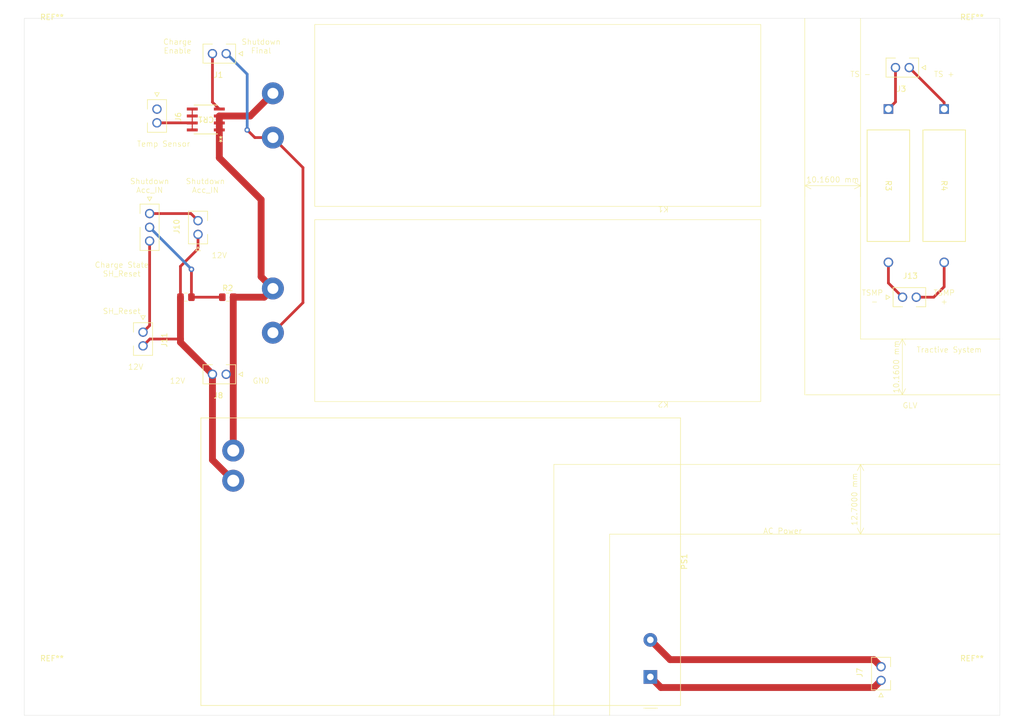
<source format=kicad_pcb>
(kicad_pcb (version 20221018) (generator pcbnew)
  (layers (0 "F.Cu" signal) (31 "B.Cu" signal) (34 "B.Paste" user) (35 "F.Paste" user) (36 "B.SilkS" user "B.Silkscreen") (37 "F.SilkS" user "F.Silkscreen") (38 "B.Mask" user) (39 "F.Mask" user) (44 "Edge.Cuts" user))
  (net 0 "")
  (net 1 "/Charge_Enable")
  (net 2 "GND")
  (net 3 "/120AC {slash}L")
  (net 4 "/120AC {slash}N")
  (net 5 "+12V")
  (net 6 "/Charge_State")
  (net 7 "Net-(J3-Pad1)")
  (net 8 "Net-(J3-Pad2)")
  (net 9 "/Shutdown_ACC_IN")
  (net 10 "/SH_RESET")
  (net 11 "/Temperature Sensor")
  (net 12 "/Shutdown_Final")
  (net 14 "Net-(J13-Pad1)")
  (net 15 "Net-(J13-Pad2)")
  (footprint "1FS_2_Global_Footprint_Library:GIGAVAC P115BDA" (layer "F.Cu") (at 146.925 46.95 180)
    (fp_text reference "K1" (at 17.78 -0.5 180 unlocked) (layer "F.SilkS") (effects (font (thickness 0.1))))
    (fp_text value "Charger Contactor +")
    (fp_rect (start 0 0) (end 81.28 33.14) (stroke (width 0.1)) (fill none) (layer "F.SilkS"))
    (pad "" np_thru_hole circle (at 4.69 16.57 180) (size 4.64 4.64) (drill 4.64) (layers "F&B.Cu" "*.Mask"))
    (pad "" np_thru_hole circle (at 76.59 16.57 180) (size 4.64 4.64) (drill 4.64) (layers "F&B.Cu" "*.Mask"))
    (pad "3" thru_hole circle (at 88.9 20.6 180) (size 4 4) (drill 2) (layers "*.Cu" "*.Mask") (net 2 "GND"))
    (pad "4" thru_hole circle (at 88.9 12.54 180) (size 4 4) (drill 2) (layers "*.Cu" "*.Mask") (net 12 "/Shutdown_Final"))
  )
  (footprint "1FS_2_Global_Footprint_Library:MOLEX_1053091203" (layer "F.Cu") (at 35.56 48.26 -90)
    (fp_text reference "J4" hide)
    (fp_text value "Out of Charger")
    (fp_line (start -3 -0.4) (end -3 0.4) (stroke (width 0.127)) (layer "F.SilkS"))
    (fp_line (start -3 0.4) (end -2.3 0) (stroke (width 0.127)) (layer "F.SilkS"))
    (fp_line (start -2.3 0) (end -3 -0.4) (stroke (width 0.127)) (layer "F.SilkS"))
    (fp_line (start -1.72 -1.74) (end 6.72 -1.74) (stroke (width 0.127)) (layer "F.SilkS"))
    (fp_line (start -1.72 1.74) (end -1.72 -1.74) (stroke (width 0.127)) (layer "F.SilkS"))
    (fp_line (start 0 1.74) (end -1.72 1.74) (stroke (width 0.127)) (layer "F.SilkS"))
    (fp_line (start 6.72 -1.74) (end 6.72 1.74) (stroke (width 0.127)) (layer "F.SilkS"))
    (fp_line (start 6.72 1.74) (end 2.5 1.74) (stroke (width 0.127)) (layer "F.SilkS"))
    (pad "" np_thru_hole circle (at 1.25 1.34 270) (size 1.3 1.3) (drill 1.3) (layers "*.Cu" "*.Mask"))
    (pad "1" thru_hole circle (at 0 0 270) (size 1.7 1.7) (drill 1.2) (layers "*.Cu") (net 9 "/Shutdown_ACC_IN"))
    (pad "2" thru_hole circle (at 2.5 0 270) (size 1.7 1.7) (drill 1.2) (layers "*.Cu") (net 6 "/Charge_State"))
    (pad "3" thru_hole circle (at 5 0 270) (size 1.7 1.7) (drill 1.2) (layers "*.Cu") (net 10 "/SH_RESET"))
  )
  (footprint "1FS_2_Global_Footprint_Library:GIGAVAC P115BDA" (layer "F.Cu") (at 146.925 82.51 180)
    (fp_text reference "K2" (at 17.78 -0.5 180 unlocked) (layer "F.SilkS") (effects (font (thickness 0.1))))
    (fp_text value "Charger Contactor - ")
    (fp_rect (start 0 0) (end 81.28 33.14) (stroke (width 0.1)) (fill none) (layer "F.SilkS"))
    (pad "" np_thru_hole circle (at 4.69 16.57 180) (size 4.64 4.64) (drill 4.64) (layers "F&B.Cu" "*.Mask"))
    (pad "" np_thru_hole circle (at 76.59 16.57 180) (size 4.64 4.64) (drill 4.64) (layers "F&B.Cu" "*.Mask"))
    (pad "3" thru_hole circle (at 88.9 20.6 180) (size 4 4) (drill 2) (layers "*.Cu" "*.Mask") (net 2 "GND"))
    (pad "4" thru_hole circle (at 88.9 12.54 180) (size 4 4) (drill 2) (layers "*.Cu" "*.Mask") (net 12 "/Shutdown_Final"))
  )
  (footprint "Resistor_SMD:R_0805_2012Metric_Pad1.20x1.40mm_HandSolder" (layer "F.Cu") (at 49.8 63.5)
    (fp_text reference "R2" (at 0 -1.65) (layer "F.SilkS"))
    (fp_text value "6.8k")
    (fp_line (start -0.227064 -0.735) (end 0.227064 -0.735) (stroke (width 0.12)) (layer "F.SilkS"))
    (fp_line (start -0.227064 0.735) (end 0.227064 0.735) (stroke (width 0.12)) (layer "F.SilkS"))
    (pad "1" smd roundrect (at -1 0) (size 1.2 1.4) (layers "F.Cu" "F.Paste" "F.Mask") (roundrect_rratio 0.208333) (net 6 "/Charge_State"))
    (pad "2" smd roundrect (at 1 0) (size 1.2 1.4) (layers "F.Cu" "F.Paste" "F.Mask") (roundrect_rratio 0.208333) (net 2 "GND"))
  )
  (footprint "1FS_2_Global_Footprint_Library:MOLEX_1053091202" (layer "F.Cu") (at 36.9 29.23 -90)
    (fp_text reference "J6" (at 1.425 -3.885 90) (layer "F.SilkS"))
    (fp_text value "Temp Sensor")
    (fp_line (start -3 -0.4) (end -3 0.4) (stroke (width 0.127)) (layer "F.SilkS"))
    (fp_line (start -3 0.4) (end -2.3 0) (stroke (width 0.127)) (layer "F.SilkS"))
    (fp_line (start -2.3 0) (end -3 -0.4) (stroke (width 0.127)) (layer "F.SilkS"))
    (fp_line (start -1.72 -1.74) (end 4.22 -1.74) (stroke (width 0.127)) (layer "F.SilkS"))
    (fp_line (start -1.72 1.74) (end -1.72 -1.74) (stroke (width 0.127)) (layer "F.SilkS"))
    (fp_line (start 0 1.74) (end -1.72 1.74) (stroke (width 0.127)) (layer "F.SilkS"))
    (fp_line (start 4.22 -1.74) (end 4.22 1.74) (stroke (width 0.127)) (layer "F.SilkS"))
    (fp_line (start 4.22 1.74) (end 2.5 1.74) (stroke (width 0.127)) (layer "F.SilkS"))
    (pad "" np_thru_hole circle (at 1.25 1.34 270) (size 1.3 1.3) (drill 1.3) (layers "*.Cu" "*.Mask"))
    (pad "1" thru_hole circle (at 0 0 270) (size 1.7 1.7) (drill 1.2) (layers "*.Cu"))
    (pad "2" thru_hole circle (at 2.5 0 270) (size 1.7 1.7) (drill 1.2) (layers "*.Cu") (net 11 "/Temperature Sensor"))
  )
  (footprint "1FS_2_Global_Footprint_Library:SO-8_STM" (layer "F.Cu") (at 45.7962 31.115 180)
    (fp_text reference "CR1" (at 0 0 180 unlocked) (layer "F.SilkS"))
    (fp_text value "N-MOS")
    (fp_text user "*" (at -2.7178 -3.5814 180 unlocked) (layer "F.SilkS"))
    (fp_text user "*" (at -2.7178 -3.5814) (layer "F.SilkS"))
    (fp_line (start -2.1336 2.6289) (end 2.1336 2.6289) (stroke (width 0.1524)) (layer "F.SilkS"))
    (fp_line (start 2.1336 -2.6289) (end -2.1336 -2.6289) (stroke (width 0.1524)) (layer "F.SilkS"))
    (pad "1" smd rect (at -2.4638 -1.905 180) (size 1.9812 0.5334) (layers "F.Cu" "F.Paste" "F.Mask") (net 2 "GND"))
    (pad "2" smd rect (at -2.4638 -0.635 180) (size 1.9812 0.5334) (layers "F.Cu" "F.Paste" "F.Mask") (net 2 "GND"))
    (pad "3" smd rect (at -2.4638 0.635 180) (size 1.9812 0.5334) (layers "F.Cu" "F.Paste" "F.Mask") (net 2 "GND"))
    (pad "4" smd rect (at -2.4638 1.905 180) (size 1.9812 0.5334) (layers "F.Cu" "F.Paste" "F.Mask") (net 1 "/Charge_Enable"))
    (pad "5" smd rect (at 2.4638 1.905 180) (size 1.9812 0.5334) (layers "F.Cu" "F.Paste" "F.Mask") (net 11 "/Temperature Sensor"))
    (pad "6" smd rect (at 2.4638 0.635 180) (size 1.9812 0.5334) (layers "F.Cu" "F.Paste" "F.Mask") (net 11 "/Temperature Sensor"))
    (pad "7" smd rect (at 2.4638 -0.635 180) (size 1.9812 0.5334) (layers "F.Cu" "F.Paste" "F.Mask") (net 11 "/Temperature Sensor"))
    (pad "8" smd rect (at 2.4638 -1.905 180) (size 1.9812 0.5334) (layers "F.Cu" "F.Paste" "F.Mask") (net 11 "/Temperature Sensor"))
  )
  (footprint "MountingHole:MountingHole_4.3mm_M4" (layer "F.Cu") (at 185.42 134.62)
    (fp_text reference "REF**" (at 0 -5.3) (layer "F.SilkS"))
    (fp_text value "MountingHole_4.3mm_M4")
    (pad "" np_thru_hole circle (at 0 0) (size 4.3 4.3) (drill 4.3) (layers "*.Cu" "*.Mask"))
  )
  (footprint "1FS_2_Global_Footprint_Library:MOLEX_1053091202" (layer "F.Cu") (at 173.97 21.66 180)
    (fp_text reference "J3" (at 1.425 -3.885) (layer "F.SilkS"))
    (fp_text value "120v DC (in)")
    (fp_line (start -3 -0.4) (end -3 0.4) (stroke (width 0.127)) (layer "F.SilkS"))
    (fp_line (start -3 0.4) (end -2.3 0) (stroke (width 0.127)) (layer "F.SilkS"))
    (fp_line (start -2.3 0) (end -3 -0.4) (stroke (width 0.127)) (layer "F.SilkS"))
    (fp_line (start -1.72 -1.74) (end 4.22 -1.74) (stroke (width 0.127)) (layer "F.SilkS"))
    (fp_line (start -1.72 1.74) (end -1.72 -1.74) (stroke (width 0.127)) (layer "F.SilkS"))
    (fp_line (start 0 1.74) (end -1.72 1.74) (stroke (width 0.127)) (layer "F.SilkS"))
    (fp_line (start 4.22 -1.74) (end 4.22 1.74) (stroke (width 0.127)) (layer "F.SilkS"))
    (fp_line (start 4.22 1.74) (end 2.5 1.74) (stroke (width 0.127)) (layer "F.SilkS"))
    (pad "" np_thru_hole circle (at 1.25 1.34 180) (size 1.3 1.3) (drill 1.3) (layers "*.Cu" "*.Mask"))
    (pad "1" thru_hole circle (at 0 0 180) (size 1.7 1.7) (drill 1.2) (layers "*.Cu") (net 7 "Net-(J3-Pad1)"))
    (pad "2" thru_hole circle (at 2.5 0 180) (size 1.7 1.7) (drill 1.2) (layers "*.Cu") (net 8 "Net-(J3-Pad2)"))
  )
  (footprint "Converter_ACDC:Converter_ACDC_MeanWell_IRM-60-xx_THT" (layer "F.Cu") (at 126.8 132.69 180)
    (fp_text reference "PS1" (at -6.2 21 90) (layer "F.SilkS"))
    (fp_text value "120vAC to 12v DC")
    (fp_line (start -5.5 -5.2) (end -5.5 47.2) (stroke (width 0.12)) (layer "F.SilkS"))
    (fp_line (start -5.5 47.2) (end 81.9 47.2) (stroke (width 0.12)) (layer "F.SilkS"))
    (fp_line (start -1.3 -5.7) (end 1.2 -5.7) (stroke (width 0.12)) (layer "F.SilkS"))
    (fp_line (start 81.9 -5.2) (end -5.5 -5.2) (stroke (width 0.12)) (layer "F.SilkS"))
    (fp_line (start 81.9 47.2) (end 81.9 -5.2) (stroke (width 0.12)) (layer "F.SilkS"))
    (pad "1" thru_hole rect (at 0 0 180) (size 2.5 2.5) (drill 1.2) (layers "*.Cu" "*.Mask") (net 3 "/120AC {slash}L"))
    (pad "2" thru_hole circle (at 0 6.75 180) (size 2.5 2.5) (drill 1.2) (layers "*.Cu" "*.Mask") (net 4 "/120AC {slash}N"))
    (pad "3" thru_hole circle (at 76 41.25 180) (size 4 4) (drill 2.2) (layers "*.Cu" "*.Mask") (net 2 "GND"))
    (pad "4" thru_hole circle (at 76 35.75 180) (size 4 4) (drill 2.2) (layers "*.Cu" "*.Mask") (net 5 "+12V"))
  )
  (footprint "1FS_2_Global_Footprint_Library:MOLEX_1053091202" (layer "F.Cu") (at 168.84 133.33 90)
    (fp_text reference "J7" (at 1.425 -3.885 90) (layer "F.SilkS"))
    (fp_text value "AC in this world!")
    (fp_line (start -3 -0.4) (end -3 0.4) (stroke (width 0.127)) (layer "F.SilkS"))
    (fp_line (start -3 0.4) (end -2.3 0) (stroke (width 0.127)) (layer "F.SilkS"))
    (fp_line (start -2.3 0) (end -3 -0.4) (stroke (width 0.127)) (layer "F.SilkS"))
    (fp_line (start -1.72 -1.74) (end 4.22 -1.74) (stroke (width 0.127)) (layer "F.SilkS"))
    (fp_line (start -1.72 1.74) (end -1.72 -1.74) (stroke (width 0.127)) (layer "F.SilkS"))
    (fp_line (start 0 1.74) (end -1.72 1.74) (stroke (width 0.127)) (layer "F.SilkS"))
    (fp_line (start 4.22 -1.74) (end 4.22 1.74) (stroke (width 0.127)) (layer "F.SilkS"))
    (fp_line (start 4.22 1.74) (end 2.5 1.74) (stroke (width 0.127)) (layer "F.SilkS"))
    (pad "" np_thru_hole circle (at 1.25 1.34 90) (size 1.3 1.3) (drill 1.3) (layers "*.Cu" "*.Mask"))
    (pad "1" thru_hole circle (at 0 0 90) (size 1.7 1.7) (drill 1.2) (layers "*.Cu") (net 3 "/120AC {slash}L"))
    (pad "2" thru_hole circle (at 2.5 0 90) (size 1.7 1.7) (drill 1.2) (layers "*.Cu") (net 4 "/120AC {slash}N"))
  )
  (footprint "1FS_2_Global_Footprint_Library:RES_WH&slash_NE_OHM" (layer "F.Cu") (at 180.34 29.21 -90)
    (fp_text reference "R4" (at 13.97 0 -90 unlocked) (layer "F.SilkS"))
    (fp_text value "5k")
    (fp_line (start 3.81 -3.8735) (end 3.81 3.8735) (stroke (width 0.1524)) (layer "F.SilkS"))
    (fp_line (start 3.81 3.8735) (end 24.13 3.8735) (stroke (width 0.1524)) (layer "F.SilkS"))
    (fp_line (start 24.13 -3.8735) (end 3.81 -3.8735) (stroke (width 0.1524)) (layer "F.SilkS"))
    (fp_line (start 24.13 3.8735) (end 24.13 -3.8735) (stroke (width 0.1524)) (layer "F.SilkS"))
    (pad "1" thru_hole rect (at 0 0 270) (size 1.7526 1.7526) (drill 1.2446) (layers "*.Cu" "*.Mask") (net 7 "Net-(J3-Pad1)"))
    (pad "2" thru_hole circle (at 27.94 0 270) (size 1.7526 1.7526) (drill 1.2446) (layers "*.Cu" "*.Mask") (net 15 "Net-(J13-Pad2)"))
  )
  (footprint "MountingHole:MountingHole_4.3mm_M4" (layer "F.Cu") (at 17.78 17.78)
    (fp_text reference "REF**" (at 0 -5.3) (layer "F.SilkS"))
    (fp_text value "MountingHole_4.3mm_M4")
    (pad "" np_thru_hole circle (at 0 0) (size 4.3 4.3) (drill 4.3) (layers "F&B.Cu" "*.Mask"))
  )
  (footprint "1FS_2_Global_Footprint_Library:MOLEX_1053091202" (layer "F.Cu") (at 49.51 77.54 180)
    (fp_text reference "J8" (at 1.425 -3.885) (layer "F.SilkS"))
    (fp_text value "DC out of this world!")
    (fp_line (start -3 -0.4) (end -3 0.4) (stroke (width 0.127)) (layer "F.SilkS"))
    (fp_line (start -3 0.4) (end -2.3 0) (stroke (width 0.127)) (layer "F.SilkS"))
    (fp_line (start -2.3 0) (end -3 -0.4) (stroke (width 0.127)) (layer "F.SilkS"))
    (fp_line (start -1.72 -1.74) (end 4.22 -1.74) (stroke (width 0.127)) (layer "F.SilkS"))
    (fp_line (start -1.72 1.74) (end -1.72 -1.74) (stroke (width 0.127)) (layer "F.SilkS"))
    (fp_line (start 0 1.74) (end -1.72 1.74) (stroke (width 0.127)) (layer "F.SilkS"))
    (fp_line (start 4.22 -1.74) (end 4.22 1.74) (stroke (width 0.127)) (layer "F.SilkS"))
    (fp_line (start 4.22 1.74) (end 2.5 1.74) (stroke (width 0.127)) (layer "F.SilkS"))
    (pad "" np_thru_hole circle (at 1.25 1.34 180) (size 1.3 1.3) (drill 1.3) (layers "*.Cu" "*.Mask"))
    (pad "1" thru_hole circle (at 0 0 180) (size 1.7 1.7) (drill 1.2) (layers "*.Cu") (net 2 "GND"))
    (pad "2" thru_hole circle (at 2.5 0 180) (size 1.7 1.7) (drill 1.2) (layers "*.Cu") (net 5 "+12V"))
  )
  (footprint "1FS_2_Global_Footprint_Library:MOLEX_1053091202" (layer "F.Cu") (at 49.51 19.12 180)
    (fp_text reference "J1" (at 1.425 -3.885) (layer "F.SilkS"))
    (fp_text value "in charger")
    (fp_line (start -3 -0.4) (end -3 0.4) (stroke (width 0.127)) (layer "F.SilkS"))
    (fp_line (start -3 0.4) (end -2.3 0) (stroke (width 0.127)) (layer "F.SilkS"))
    (fp_line (start -2.3 0) (end -3 -0.4) (stroke (width 0.127)) (layer "F.SilkS"))
    (fp_line (start -1.72 -1.74) (end 4.22 -1.74) (stroke (width 0.127)) (layer "F.SilkS"))
    (fp_line (start -1.72 1.74) (end -1.72 -1.74) (stroke (width 0.127)) (layer "F.SilkS"))
    (fp_line (start 0 1.74) (end -1.72 1.74) (stroke (width 0.127)) (layer "F.SilkS"))
    (fp_line (start 4.22 -1.74) (end 4.22 1.74) (stroke (width 0.127)) (layer "F.SilkS"))
    (fp_line (start 4.22 1.74) (end 2.5 1.74) (stroke (width 0.127)) (layer "F.SilkS"))
    (pad "" np_thru_hole circle (at 1.25 1.34 180) (size 1.3 1.3) (drill 1.3) (layers "*.Cu" "*.Mask"))
    (pad "1" thru_hole circle (at 0 0 180) (size 1.7 1.7) (drill 1.2) (layers "*.Cu") (net 12 "/Shutdown_Final"))
    (pad "2" thru_hole circle (at 2.5 0 180) (size 1.7 1.7) (drill 1.2) (layers "*.Cu") (net 1 "/Charge_Enable"))
  )
  (footprint "1FS_2_Global_Footprint_Library:MOLEX_1053091202" (layer "F.Cu") (at 44.38 52.05 90)
    (fp_text reference "J10" (at 1.425 -3.885 90) (layer "F.SilkS"))
    (fp_text value "Button E-STOP")
    (fp_line (start -3 -0.4) (end -3 0.4) (stroke (width 0.127)) (layer "F.SilkS"))
    (fp_line (start -3 0.4) (end -2.3 0) (stroke (width 0.127)) (layer "F.SilkS"))
    (fp_line (start -2.3 0) (end -3 -0.4) (stroke (width 0.127)) (layer "F.SilkS"))
    (fp_line (start -1.72 -1.74) (end 4.22 -1.74) (stroke (width 0.127)) (layer "F.SilkS"))
    (fp_line (start -1.72 1.74) (end -1.72 -1.74) (stroke (width 0.127)) (layer "F.SilkS"))
    (fp_line (start 0 1.74) (end -1.72 1.74) (stroke (width 0.127)) (layer "F.SilkS"))
    (fp_line (start 4.22 -1.74) (end 4.22 1.74) (stroke (width 0.127)) (layer "F.SilkS"))
    (fp_line (start 4.22 1.74) (end 2.5 1.74) (stroke (width 0.127)) (layer "F.SilkS"))
    (pad "" np_thru_hole circle (at 1.25 1.34 90) (size 1.3 1.3) (drill 1.3) (layers "*.Cu" "*.Mask"))
    (pad "1" thru_hole circle (at 0 0 90) (size 1.7 1.7) (drill 1.2) (layers "*.Cu") (net 5 "+12V"))
    (pad "2" thru_hole circle (at 2.5 0 90) (size 1.7 1.7) (drill 1.2) (layers "*.Cu") (net 9 "/Shutdown_ACC_IN"))
  )
  (footprint "Resistor_SMD:R_0805_2012Metric_Pad1.20x1.40mm_HandSolder" (layer "F.Cu") (at 42.18 63.5)
    (fp_text reference "R1" hide)
    (fp_text value "18k")
    (fp_line (start -0.227064 -0.735) (end 0.227064 -0.735) (stroke (width 0.12)) (layer "F.SilkS"))
    (fp_line (start -0.227064 0.735) (end 0.227064 0.735) (stroke (width 0.12)) (layer "F.SilkS"))
    (pad "1" smd roundrect (at -1 0) (size 1.2 1.4) (layers "F.Cu" "F.Paste" "F.Mask") (roundrect_rratio 0.208333) (net 5 "+12V"))
    (pad "2" smd roundrect (at 1 0) (size 1.2 1.4) (layers "F.Cu" "F.Paste" "F.Mask") (roundrect_rratio 0.208333) (net 6 "/Charge_State"))
  )
  (footprint "1FS_2_Global_Footprint_Library:MOLEX_1053091202" (layer "F.Cu") (at 34.36 69.87 -90)
    (fp_text reference "J11" (at 1.425 -3.885 90) (layer "F.SilkS"))
    (fp_text value "SH-RESET")
    (fp_line (start -3 -0.4) (end -3 0.4) (stroke (width 0.127)) (layer "F.SilkS"))
    (fp_line (start -3 0.4) (end -2.3 0) (stroke (width 0.127)) (layer "F.SilkS"))
    (fp_line (start -2.3 0) (end -3 -0.4) (stroke (width 0.127)) (layer "F.SilkS"))
    (fp_line (start -1.72 -1.74) (end 4.22 -1.74) (stroke (width 0.127)) (layer "F.SilkS"))
    (fp_line (start -1.72 1.74) (end -1.72 -1.74) (stroke (width 0.127)) (layer "F.SilkS"))
    (fp_line (start 0 1.74) (end -1.72 1.74) (stroke (width 0.127)) (layer "F.SilkS"))
    (fp_line (start 4.22 -1.74) (end 4.22 1.74) (stroke (width 0.127)) (layer "F.SilkS"))
    (fp_line (start 4.22 1.74) (end 2.5 1.74) (stroke (width 0.127)) (layer "F.SilkS"))
    (pad "" np_thru_hole circle (at 1.25 1.34 270) (size 1.3 1.3) (drill 1.3) (layers "*.Cu" "*.Mask"))
    (pad "1" thru_hole circle (at 0 0 270) (size 1.7 1.7) (drill 1.2) (layers "*.Cu") (net 10 "/SH_RESET"))
    (pad "2" thru_hole circle (at 2.5 0 270) (size 1.7 1.7) (drill 1.2) (layers "*.Cu") (net 5 "+12V"))
  )
  (footprint "MountingHole:MountingHole_4.3mm_M4" (layer "F.Cu") (at 185.42 17.78)
    (fp_text reference "REF**" (at 0 -5.3) (layer "F.SilkS"))
    (fp_text value "MountingHole_4.3mm_M4")
    (pad "" np_thru_hole circle (at 0 0) (size 4.3 4.3) (drill 4.3) (layers "F&B.Cu" "*.Mask"))
  )
  (footprint "MountingHole:MountingHole_4.3mm_M4" (layer "F.Cu") (at 17.78 134.62)
    (fp_text reference "REF**" (at 0 -5.3) (layer "F.SilkS"))
    (fp_text value "MountingHole_4.3mm_M4")
    (pad "" np_thru_hole circle (at 0 0) (size 4.3 4.3) (drill 4.3) (layers "F&B.Cu" "*.Mask"))
  )
  (footprint "1FS_2_Global_Footprint_Library:RES_WH&slash_NE_OHM" (layer "F.Cu") (at 170.18 29.21 -90)
    (fp_text reference "R3" (at 13.97 0 -90 unlocked) (layer "F.SilkS"))
    (fp_text value "5k")
    (fp_line (start 3.81 -3.8735) (end 3.81 3.8735) (stroke (width 0.1524)) (layer "F.SilkS"))
    (fp_line (start 3.81 3.8735) (end 24.13 3.8735) (stroke (width 0.1524)) (layer "F.SilkS"))
    (fp_line (start 24.13 -3.8735) (end 3.81 -3.8735) (stroke (width 0.1524)) (layer "F.SilkS"))
    (fp_line (start 24.13 3.8735) (end 24.13 -3.8735) (stroke (width 0.1524)) (layer "F.SilkS"))
    (pad "1" thru_hole rect (at 0 0 270) (size 1.7526 1.7526) (drill 1.2446) (layers "*.Cu" "*.Mask") (net 8 "Net-(J3-Pad2)"))
    (pad "2" thru_hole circle (at 27.94 0 270) (size 1.7526 1.7526) (drill 1.2446) (layers "*.Cu" "*.Mask") (net 14 "Net-(J13-Pad1)"))
  )
  (footprint "1FS_2_Global_Footprint_Library:MOLEX_1053091202" (layer "F.Cu") (at 172.76 63.5)
    (fp_text reference "J13" (at 1.425 -3.885) (layer "F.SilkS"))
    (fp_text value "TSMP (out)")
    (fp_line (start -3 -0.4) (end -3 0.4) (stroke (width 0.127)) (layer "F.SilkS"))
    (fp_line (start -3 0.4) (end -2.3 0) (stroke (width 0.127)) (layer "F.SilkS"))
    (fp_line (start -2.3 0) (end -3 -0.4) (stroke (width 0.127)) (layer "F.SilkS"))
    (fp_line (start -1.72 -1.74) (end 4.22 -1.74) (stroke (width 0.127)) (layer "F.SilkS"))
    (fp_line (start -1.72 1.74) (end -1.72 -1.74) (stroke (width 0.127)) (layer "F.SilkS"))
    (fp_line (start 0 1.74) (end -1.72 1.74) (stroke (width 0.127)) (layer "F.SilkS"))
    (fp_line (start 4.22 -1.74) (end 4.22 1.74) (stroke (width 0.127)) (layer "F.SilkS"))
    (fp_line (start 4.22 1.74) (end 2.5 1.74) (stroke (width 0.127)) (layer "F.SilkS"))
    (pad "" np_thru_hole circle (at 1.25 1.34) (size 1.3 1.3) (drill 1.3) (layers "*.Cu" "*.Mask"))
    (pad "1" thru_hole circle (at 0 0) (size 1.7 1.7) (drill 1.2) (layers "*.Cu") (net 14 "Net-(J13-Pad1)"))
    (pad "2" thru_hole circle (at 2.5 0) (size 1.7 1.7) (drill 1.2) (layers "*.Cu") (net 15 "Net-(J13-Pad2)"))
  )
  (gr_line (start 165.1 12.7) (end 165.1 71.12) (stroke (width 0.1)) (layer "F.SilkS"))
  (gr_line (start 165.1 71.12) (end 190.5 71.12) (stroke (width 0.1)) (layer "F.SilkS"))
  (gr_line (start 154.94 81.28) (end 190.5 81.28) (stroke (width 0.1)) (layer "F.SilkS"))
  (gr_line (start 190.5 93.98) (end 109.22 93.98) (stroke (width 0.1)) (layer "F.SilkS"))
  (gr_line (start 119.38 106.68) (end 190.5 106.68) (stroke (width 0.1)) (layer "F.SilkS"))
  (gr_line (start 154.94 12.7) (end 154.94 81.28) (stroke (width 0.1)) (layer "F.SilkS"))
  (gr_line (start 109.22 93.98) (end 109.22 139.7) (stroke (width 0.1)) (layer "F.SilkS"))
  (gr_line (start 119.38 139.7) (end 119.38 106.68) (stroke (width 0.1)) (layer "F.SilkS"))
  (gr_rect (start 12.7 12.7) (end 190.5 139.7) (stroke (width 0.05)) (fill none) (layer "Edge.Cuts"))
  (gr_text "Shutdown\nAcc_IN" (at 45.72 43.18) (layer "F.SilkS") (effects (font (size 1 1) (thickness 0.1))))
  (gr_text "Charge\nEnable" (at 40.64 17.78) (layer "F.SilkS") (effects (font (size 1 1) (thickness 0.1))))
  (gr_text "GND" (at 55.88 78.74) (layer "F.SilkS") (effects (font (size 1 1) (thickness 0.1))))
  (gr_text "TSMP\n+" (at 180.34 63.5) (layer "F.SilkS") (effects (font (size 1 1) (thickness 0.1))))
  (gr_text "TS -" (at 165.1 22.86) (layer "F.SilkS") (effects (font (size 1 1) (thickness 0.1))))
  (gr_text "SH_Reset" (at 30.48 66.04) (layer "F.SilkS") (effects (font (size 1 1) (thickness 0.1))))
  (gr_text "12V" (at 48.26 55.88) (layer "F.SilkS") (effects (font (size 1 1) (thickness 0.1))))
  (gr_text "TS +" (at 180.34 22.86) (layer "F.SilkS") (effects (font (size 1 1) (thickness 0.1))))
  (gr_text "TSMP \n-" (at 167.64 63.5) (layer "F.SilkS") (effects (font (size 1 1) (thickness 0.1))))
  (gr_text "Temp Sensor\n" (at 38.1 35.56) (layer "F.SilkS") (effects (font (size 1 1) (thickness 0.1))))
  (gr_text "12V" (at 33.02 76.2) (layer "F.SilkS") (effects (font (size 1 1) (thickness 0.1))))
  (gr_text "Shutdown\nFinal\n" (at 55.88 17.78) (layer "F.SilkS") (effects (font (size 1 1) (thickness 0.1))))
  (gr_text "Tractive System" (at 175.26 73.66) (layer "F.SilkS") (effects (font (size 1 1) (thickness 0.1)) (justify left bottom)))
  (gr_text "Charge State\nSH_Reset" (at 30.48 58.42) (layer "F.SilkS") (effects (font (size 1 1) (thickness 0.1))))
  (gr_text "12V" (at 40.64 78.74) (layer "F.SilkS") (effects (font (size 1 1) (thickness 0.1))))
  (gr_text "GLV" (at 172.72 83.82) (layer "F.SilkS") (effects (font (size 1 1) (thickness 0.1)) (justify left bottom)))
  (gr_text "Shutdown\nAcc_IN" (at 35.56 43.18) (layer "F.SilkS") (effects (font (size 1 1) (thickness 0.1))))
  (gr_text "AC Power" (at 147.32 106.68) (layer "F.SilkS") (effects (font (size 1 1) (thickness 0.1)) (justify left bottom)))
  (dimension (type aligned) (layer "F.SilkS") (pts (xy 165.1 93.98) (xy 165.1 106.68)) (height 0) (gr_text "12.7000 mm" (at 164 100.33 90) (layer "F.SilkS") (effects (font (size 1 1) (thickness 0.1)))) (format (prefix "") (suffix "") (units 3) (units_format 1) (precision 4)) (style (thickness 0.1) (arrow_length 1.27) (text_position_mode 0) (extension_height 0.58642) (extension_offset 0.5) keep_text_aligned))
  (dimension (type aligned) (layer "F.SilkS") (pts (xy 165.1 45.72) (xy 154.94 45.72)) (height 2.539999) (gr_text "10.1600 mm" (at 160.02 42.080001) (layer "F.SilkS") (effects (font (size 1 1) (thickness 0.1)))) (format (prefix "") (suffix "") (units 3) (units_format 1) (precision 4)) (style (thickness 0.1) (arrow_length 1.27) (text_position_mode 0) (extension_height 0.58642) (extension_offset 0.5) keep_text_aligned))
  (dimension (type aligned) (layer "F.SilkS") (pts (xy 172.72 71.12) (xy 172.72 81.28)) (height 0) (gr_text "10.1600 mm" (at 171.62 76.2 90) (layer "F.SilkS") (effects (font (size 1 1) (thickness 0.1)))) (format (prefix "") (suffix "") (units 3) (units_format 1) (precision 4)) (style (thickness 0.1) (arrow_length 1.27) (text_position_mode 0) (extension_height 0.58642) (extension_offset 0.5) keep_text_aligned))
  (segment (start 47.01 27.96) (end 48.26 29.21) (width 0.5) (layer "F.Cu") (net 1))
  (segment (start 47.01 19.12) (end 47.01 27.96) (width 0.5) (layer "F.Cu") (net 1))
  (segment (start 48.26 33.02) (end 48.26 38.1) (width 1.25) (layer "F.Cu") (net 2))
  (segment (start 56.435 63.5) (end 58.025 61.91) (width 1.25) (layer "F.Cu") (net 2))
  (segment (start 58.025 26.35) (end 53.895 30.48) (width 1.25) (layer "F.Cu") (net 2))
  (segment (start 55.88 45.72) (end 55.88 59.765) (width 1.25) (layer "F.Cu") (net 2))
  (segment (start 55.88 59.765) (end 58.025 61.91) (width 1.25) (layer "F.Cu") (net 2))
  (segment (start 53.895 30.48) (end 48.26 30.48) (width 1.25) (layer "F.Cu") (net 2))
  (segment (start 48.26 38.1) (end 55.88 45.72) (width 1.25) (layer "F.Cu") (net 2))
  (segment (start 48.26 30.48) (end 48.26 33.02) (width 1.25) (layer "F.Cu") (net 2))
  (segment (start 50.8 63.5) (end 50.8 91.44) (width 1.25) (layer "F.Cu") (net 2))
  (segment (start 50.8 63.5) (end 56.435 63.5) (width 1.25) (layer "F.Cu") (net 2))
  (segment (start 128.73 134.62) (end 126.8 132.69) (width 1.25) (layer "F.Cu") (net 3))
  (segment (start 167.55 134.62) (end 128.73 134.62) (width 1.25) (layer "F.Cu") (net 3))
  (segment (start 168.84 133.33) (end 167.55 134.62) (width 1.25) (layer "F.Cu") (net 3))
  (segment (start 127.1 126.24) (end 127.1 125.7675) (width 1.25) (layer "F.Cu") (net 4))
  (segment (start 167.55 129.54) (end 130.4 129.54) (width 1.25) (layer "F.Cu") (net 4))
  (segment (start 168.84 130.83) (end 167.55 129.54) (width 1.25) (layer "F.Cu") (net 4))
  (segment (start 130.4 129.54) (end 127.1 126.24) (width 1.25) (layer "F.Cu") (net 4))
  (segment (start 41.18 57.88) (end 41.18 63.5) (width 0.5) (layer "F.Cu") (net 5))
  (segment (start 35.61 71.12) (end 41.18 71.12) (width 0.5) (layer "F.Cu") (net 5))
  (segment (start 41.18 71.12) (end 41.18 63.5) (width 1.25) (layer "F.Cu") (net 5))
  (segment (start 34.36 72.37) (end 35.61 71.12) (width 0.5) (layer "F.Cu") (net 5))
  (segment (start 41.18 71.71) (end 47.01 77.54) (width 1.25) (layer "F.Cu") (net 5))
  (segment (start 47.01 77.54) (end 47.01 93.15) (width 1.25) (layer "F.Cu") (net 5))
  (segment (start 41.18 71.71) (end 41.18 71.12) (width 1.25) (layer "F.Cu") (net 5))
  (segment (start 44.38 54.68) (end 44.38 52.05) (width 0.5) (layer "F.Cu") (net 5))
  (segment (start 41.18 57.88) (end 44.38 54.68) (width 0.5) (layer "F.Cu") (net 5))
  (segment (start 47.01 93.15) (end 50.8 96.94) (width 1.25) (layer "F.Cu") (net 5))
  (segment (start 43.18 58.42) (end 43.18 63.5) (width 0.5) (layer "F.Cu") (net 6))
  (segment (start 43.18 63.5) (end 48.8 63.5) (width 0.5) (layer "F.Cu") (net 6))
  (via (at 43.18 58.42) (size 1) (drill 0.5) (layers "F.Cu" "B.Cu") (net 6))
  (segment (start 35.56 50.76) (end 43.18 58.38) (width 0.5) (layer "B.Cu") (net 6))
  (segment (start 43.18 58.38) (end 43.18 58.42) (width 0.2) (layer "B.Cu") (net 6))
  (segment (start 173.97 21.66) (end 180.34 28.03) (width 0.5) (layer "F.Cu") (net 7))
  (segment (start 180.34 28.03) (end 180.34 29.21) (width 0.5) (layer "F.Cu") (net 7))
  (segment (start 171.47 27.92) (end 170.18 29.21) (width 0.5) (layer "F.Cu") (net 8))
  (segment (start 171.47 21.66) (end 171.47 27.92) (width 0.5) (layer "F.Cu") (net 8))
  (segment (start 35.56 48.26) (end 43.09 48.26) (width 0.5) (layer "F.Cu") (net 9))
  (segment (start 43.09 48.26) (end 44.38 49.55) (width 0.5) (layer "F.Cu") (net 9))
  (segment (start 35.56 53.26) (end 35.56 68.67) (width 0.5) (layer "F.Cu") (net 10))
  (segment (start 35.56 68.67) (end 34.36 69.87) (width 0.5) (layer "F.Cu") (net 10))
  (segment (start 36.9 31.73) (end 43.3124 31.73) (width 0.5) (layer "F.Cu") (net 11))
  (segment (start 43.3124 31.73) (end 43.3324 31.75) (width 0.2) (layer "F.Cu") (net 11))
  (segment (start 43.3324 33.02) (end 43.3324 29.21) (width 0.2) (layer "F.Cu") (net 11))
  (segment (start 58.025 34.41) (end 63.5 39.885) (width 0.5) (layer "F.Cu") (net 12))
  (segment (start 63.5 39.885) (end 63.5 64.495) (width 0.5) (layer "F.Cu") (net 12))
  (segment (start 54.73 34.41) (end 58.025 34.41) (width 0.5) (layer "F.Cu") (net 12))
  (segment (start 63.5 64.495) (end 58.025 69.97) (width 0.5) (layer "F.Cu") (net 12))
  (segment (start 53.34 33.02) (end 54.73 34.41) (width 0.5) (layer "F.Cu") (net 12))
  (via (at 53.34 33.02) (size 1) (drill 0.5) (layers "F.Cu" "B.Cu") (net 12))
  (segment (start 49.6 19.12) (end 49.51 19.12) (width 0.5) (layer "B.Cu") (net 12))
  (segment (start 53.34 33.02) (end 53.34 22.86) (width 0.5) (layer "B.Cu") (net 12))
  (segment (start 53.34 22.86) (end 49.6 19.12) (width 0.5) (layer "B.Cu") (net 12))
  (segment (start 170.18 57.15) (end 170.18 60.92) (width 0.5) (layer "F.Cu") (net 14))
  (segment (start 170.18 60.92) (end 172.76 63.5) (width 0.5) (layer "F.Cu") (net 14))
  (segment (start 175.26 63.5) (end 178.435 63.5) (width 0.5) (layer "F.Cu") (net 15))
  (segment (start 180.34 61.595) (end 180.34 57.15) (width 0.5) (layer "F.Cu") (net 15))
  (segment (start 178.435 63.5) (end 180.34 61.595) (width 0.5) (layer "F.Cu") (net 15))
)
</source>
